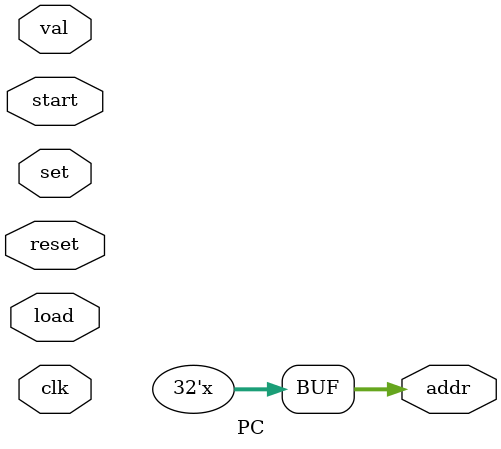
<source format=v>

module PC ( output reg signed [31:0] addr,
			input [31:0] val,
			input clk, reset, set, start, load );

	reg [31:0] count;		
			
	always @*
		if (reset)  count = -1;
		else if (set)
			count = val;
		else if (start)
		    count = count + 1;
		else if (load)
			addr = count;

endmodule 
</source>
